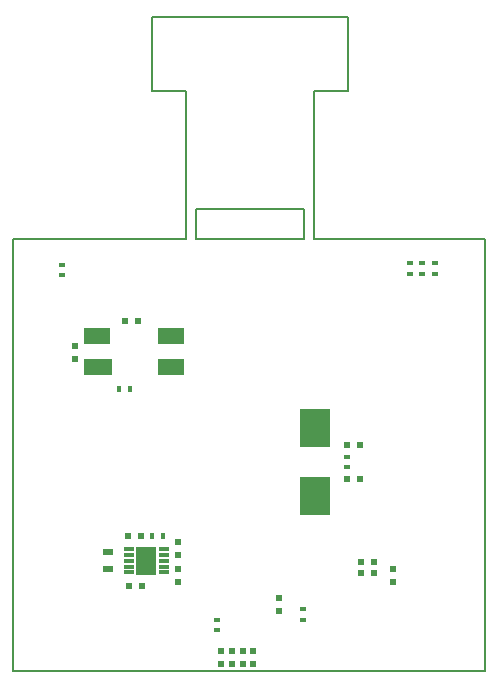
<source format=gbr>
%TF.GenerationSoftware,KiCad,Pcbnew,4.0.7*%
%TF.CreationDate,2019-02-19T19:06:54-06:00*%
%TF.ProjectId,GolfGloveMainBoardV1.0.0,476F6C66476C6F76654D61696E426F61,rev?*%
%TF.FileFunction,Paste,Bot*%
%FSLAX46Y46*%
G04 Gerber Fmt 4.6, Leading zero omitted, Abs format (unit mm)*
G04 Created by KiCad (PCBNEW 4.0.7) date 02/19/19 19:06:54*
%MOMM*%
%LPD*%
G01*
G04 APERTURE LIST*
%ADD10C,0.100000*%
%ADD11C,0.150000*%
%ADD12R,0.600000X0.500000*%
%ADD13R,0.500000X0.600000*%
%ADD14R,0.600000X0.400000*%
%ADD15R,0.900000X0.500000*%
%ADD16R,0.400000X0.600000*%
%ADD17R,2.200000X1.400000*%
%ADD18R,2.400000X1.400000*%
%ADD19R,0.812800X0.304800*%
%ADD20R,1.651000X2.387600*%
%ADD21R,2.500000X3.325000*%
G04 APERTURE END LIST*
D10*
D11*
X118120000Y-123130000D02*
X118120000Y-125640000D01*
X127220000Y-123130000D02*
X118120000Y-123130000D01*
X127220000Y-125640000D02*
X127220000Y-123130000D01*
X118130000Y-125640000D02*
X127220000Y-125640000D01*
X102580000Y-162200000D02*
X102570000Y-162200000D01*
X102580000Y-125640000D02*
X102580000Y-162200000D01*
X117250000Y-125640000D02*
X102580000Y-125640000D01*
X117250000Y-113080000D02*
X117250000Y-125640000D01*
X114340000Y-113080000D02*
X117250000Y-113080000D01*
X114340000Y-106880000D02*
X114340000Y-113080000D01*
X130990000Y-106880000D02*
X114340000Y-106880000D01*
X130990000Y-113080000D02*
X130990000Y-106880000D01*
X128090000Y-113080000D02*
X130990000Y-113080000D01*
X128090000Y-125650000D02*
X128090000Y-113080000D01*
X142570000Y-125650000D02*
X128090000Y-125650000D01*
X142570000Y-162200000D02*
X142570000Y-125650000D01*
X102580000Y-162200000D02*
X142570000Y-162200000D01*
D12*
X113180000Y-132570000D03*
X112080000Y-132570000D03*
D13*
X107820000Y-134720000D03*
X107820000Y-135820000D03*
D12*
X130890000Y-145980000D03*
X131990000Y-145980000D03*
X131990000Y-143130000D03*
X130890000Y-143130000D03*
D13*
X120200000Y-160525000D03*
X120200000Y-161625000D03*
X122900000Y-161650000D03*
X122900000Y-160550000D03*
X134725000Y-154700000D03*
X134725000Y-153600000D03*
X121170000Y-161640000D03*
X121170000Y-160540000D03*
X122030000Y-161650000D03*
X122030000Y-160550000D03*
D12*
X133160000Y-153000000D03*
X132060000Y-153000000D03*
X133140000Y-153930000D03*
X132040000Y-153930000D03*
D13*
X125125000Y-157125000D03*
X125125000Y-156025000D03*
D12*
X112315000Y-150820000D03*
X113415000Y-150820000D03*
D13*
X116565000Y-151270000D03*
X116565000Y-152370000D03*
D12*
X112390000Y-155020000D03*
X113490000Y-155020000D03*
D13*
X116565000Y-154695000D03*
X116565000Y-153595000D03*
D14*
X119875000Y-158775000D03*
X119875000Y-157875000D03*
D15*
X110640000Y-152120000D03*
X110640000Y-153620000D03*
D16*
X112490000Y-138370000D03*
X111590000Y-138370000D03*
D14*
X130890000Y-144980000D03*
X130890000Y-144080000D03*
X137250000Y-128610000D03*
X137250000Y-127710000D03*
X106710000Y-128730000D03*
X106710000Y-127830000D03*
X136190000Y-128610000D03*
X136190000Y-127710000D03*
X138300000Y-128610000D03*
X138300000Y-127710000D03*
X127175000Y-157000000D03*
X127175000Y-157900000D03*
D16*
X114390000Y-150795000D03*
X115290000Y-150795000D03*
D17*
X115980000Y-133900000D03*
X109680000Y-133900000D03*
X115980000Y-136450000D03*
D18*
X109780000Y-136450000D03*
D19*
X112391800Y-153860600D03*
X112391800Y-153378000D03*
X112391800Y-152870000D03*
X112391800Y-152362000D03*
X112391800Y-151879400D03*
X115338200Y-151879400D03*
X115338200Y-152362000D03*
X115338200Y-152870000D03*
X115338200Y-153378000D03*
X115338200Y-153860600D03*
D20*
X113865000Y-152870000D03*
D21*
X128190000Y-147442500D03*
X128190000Y-141617500D03*
M02*

</source>
